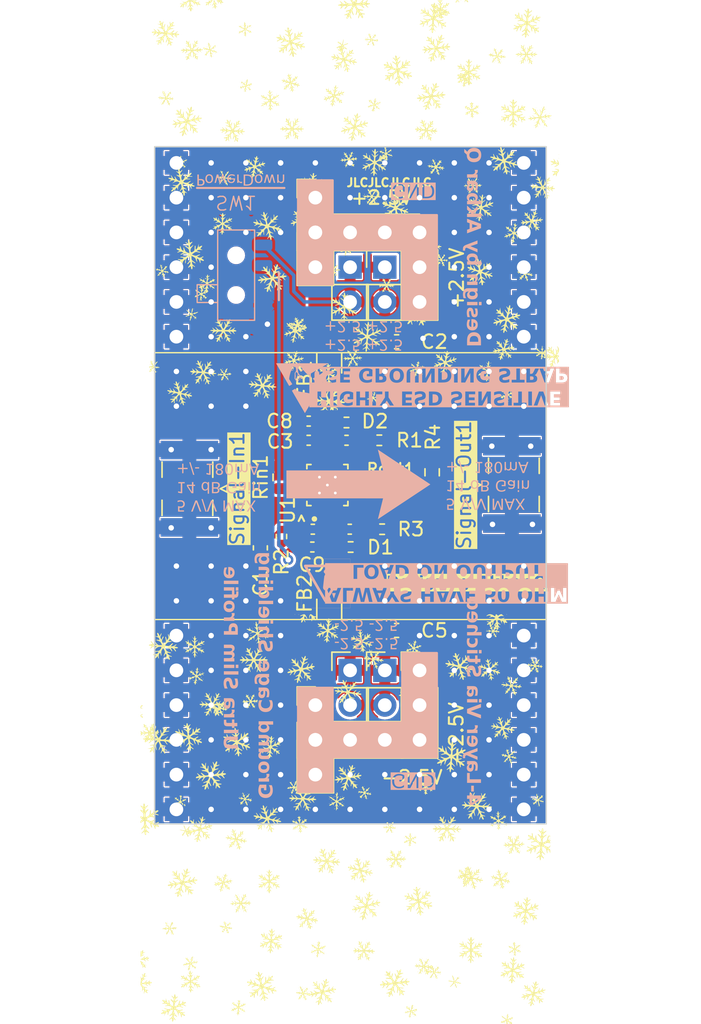
<source format=kicad_pcb>
(kicad_pcb (version 20241229) (generator "pcbnew") (generator_version "9.0")
  (title_block (title "Sub 2 GHz Amplifier") (date "2024-05-24") (rev "2.0") (company "Akbar Q") (comment 1 "ESD Protection Diode Soldering Difficult") (comment 2 "Diode Pads on Bottom Difficult to Hand Flow"))
  (layers (0 "F.Cu" signal) (4 "In1.Cu" signal) (6 "In2.Cu" signal) (2 "B.Cu" signal) (13 "F.Paste" user) (15 "B.Paste" user) (5 "F.SilkS" user "F.Silkscreen") (7 "B.SilkS" user "B.Silkscreen") (1 "F.Mask" user) (3 "B.Mask" user) (25 "Edge.Cuts" user))
  (net 0 "")
  (net 1 "+5V")
  (net 2 "GND")
  (net 3 "-5V")
  (net 4 "Net-(U1-~{PD})")
  (net 5 "Net-(C4-Pad2)")
  (net 6 "Net-(C7-Pad2)")
  (net 7 "Net-(SW1-B)")
  (net 8 "Net-(Rout1-Pad1)")
  (net 9 "/SigOut")
  (net 10 "/SigIn")
  (net 11 "+5VA")
  (net 12 "-5VA")
  (footprint "Connector_PinHeader_2.54mm:PinHeader_1x02_P2.54mm_Vertical" (layer "F.Cu") (at 39.39 66.613)
    (property "Reference" "-2.5V" (at 7.77 4.567 90) (layer "F.SilkS"))
    (property "Value" "Conn_01x02_Pin")
    (pad "1" thru_hole rect (at 0 0) (size 1.7 1.7) (drill 1) (layers "*.Cu" "*.Mask") (net 3 "-5V"))
    (pad "2" thru_hole oval (at 0 2.54) (size 1.7 1.7) (drill 1) (layers "*.Cu" "*.Mask") (net 3 "-5V"))
  )
  (footprint "" (layer "F.Cu") (at 52.09 39.689)
    (property "Reference" "" (at 0 0 0) (layer "F.SilkS") (effects (font (size 1.27 1.27))))
    (property "Value" "" (at 0 0 0) (layer "F.SilkS") (effects (font (size 1.27 1.27))))
    (pad "1" thru_hole rect (at 0 0) (size 1.7 1.7) (drill 1) (layers "*.Cu" "*.Mask") (net 2 "GND"))
  )
  (footprint "" (layer "F.Cu") (at 52.09 34.609)
    (property "Reference" "" (at 0 0 0) (layer "F.SilkS") (effects (font (size 1.27 1.27))))
    (property "Value" "" (at 0 0 0) (layer "F.SilkS") (effects (font (size 1.27 1.27))))
    (pad "1" thru_hole rect (at 0 0) (size 1.7 1.7) (drill 1) (layers "*.Cu" "*.Mask") (net 2 "GND"))
  )
  (footprint "Connector_PinHeader_2.54mm:PinHeader_1x02_P2.54mm_Vertical" (layer "F.Cu") (at 41.93 37.149)
    (property "Reference" "+2.5V" (at -0.24 -5.08 0) (layer "F.SilkS"))
    (property "Value" "Conn_01x02_Pin")
    (pad "1" thru_hole rect (at 0 0) (size 1.7 1.7) (drill 1) (layers "*.Cu" "*.Mask") (net 1 "+5V"))
    (pad "2" thru_hole oval (at 0 2.54) (size 1.7 1.7) (drill 1) (layers "*.Cu" "*.Mask") (net 1 "+5V"))
  )
  (footprint "" (layer "F.Cu") (at 26.69 42.229)
    (property "Reference" "" (at 0 0 0) (layer "F.SilkS") (effects (font (size 1.27 1.27))))
    (property "Value" "" (at 0 0 0) (layer "F.SilkS") (effects (font (size 1.27 1.27))))
    (pad "1" thru_hole rect (at 0 0) (size 1.7 1.7) (drill 1) (layers "*.Cu" "*.Mask") (net 2 "GND"))
  )
  (footprint "Connector_PinHeader_2.54mm:PinHeader_1x02_P2.54mm_Vertical" (layer "F.Cu") (at 41.93 66.613)
    (property "Reference" "-2.5V" (at 1.9812 7.8232 0) (layer "F.SilkS"))
    (property "Value" "Conn_01x02_Pin")
    (pad "1" thru_hole rect (at 0 0) (size 1.7 1.7) (drill 1) (layers "*.Cu" "*.Mask") (net 3 "-5V"))
    (pad "2" thru_hole oval (at 0 2.54) (size 1.7 1.7) (drill 1) (layers "*.Cu" "*.Mask") (net 3 "-5V"))
  )
  (footprint "Capacitor_SMD:C_0603_1608Metric_Pad1.08x0.95mm_HandSolder" (layer "F.Cu") (at 42.7925 42.6)
    (property "Reference" "C2" (at 2.7625 0 0) (layer "F.SilkS"))
    (property "Value" "22u")
    (pad "1" smd roundrect (at -0.8625 0) (size 1.075 0.95) (layers "F.Cu" "F.Mask" "F.Paste") (net 1 "+5V"))
    (pad "2" smd roundrect (at 0.8625 0) (size 1.075 0.95) (layers "F.Cu" "F.Mask" "F.Paste") (net 2 "GND"))
  )
  (footprint "Resistor_SMD:R_0402_1005Metric_Pad0.72x0.64mm_HandSolder" (layer "F.Cu") (at 41.7325 56.3)
    (property "Reference" "R3" (at 2.1025 0 0) (layer "F.SilkS"))
    (property "Value" "30.1")
    (pad "1" smd roundrect (at -0.5975 0) (size 0.715 0.64) (layers "F.Cu" "F.Mask" "F.Paste") (net 6 "Net-(C7-Pad2)"))
    (pad "2" smd roundrect (at 0.5975 0) (size 0.715 0.64) (layers "F.Cu" "F.Mask" "F.Paste") (net 2 "GND"))
  )
  (footprint "Connector_PinHeader_2.54mm:PinHeader_1x03_P2.54mm_Vertical" (layer "F.Cu") (at 44.47 34.609)
    (property "Reference" "+G1" (hide yes))
    (property "Value" "Conn_01x03")
    (pad "1" thru_hole rect (at 0 0) (size 1.7 1.7) (drill 1) (layers "*.Cu" "*.Mask") (net 2 "GND"))
    (pad "2" thru_hole oval (at 0 2.54) (size 1.7 1.7) (drill 1) (layers "*.Cu" "*.Mask") (net 2 "GND"))
    (pad "3" thru_hole oval (at 0 5.08) (size 1.7 1.7) (drill 1) (layers "*.Cu" "*.Mask") (net 2 "GND"))
  )
  (footprint "Capacitor_SMD:C_0402_1005Metric_Pad0.74x0.62mm_HandSolder" (layer "F.Cu") (at 36.63 57.6 180)
    (property "Reference" "C9" (at 0.0325 -1.3 0) (layer "F.SilkS"))
    (property "Value" "NP")
    (pad "1" smd roundrect (at -0.5675 0 180) (size 0.735 0.62) (layers "F.Cu" "F.Mask" "F.Paste") (net 12 "-5VA"))
    (pad "2" smd roundrect (at 0.5675 0 180) (size 0.735 0.62) (layers "F.Cu" "F.Mask" "F.Paste") (net 2 "GND"))
  )
  (footprint "" (layer "F.Cu") (at 26.69 39.689)
    (property "Reference" "" (at 0 0 0) (layer "F.SilkS") (effects (font (size 1.27 1.27))))
    (property "Value" "" (at 0 0 0) (layer "F.SilkS") (effects (font (size 1.27 1.27))))
    (pad "1" thru_hole rect (at 0 0) (size 1.7 1.7) (drill 1) (layers "*.Cu" "*.Mask") (net 2 "GND"))
  )
  (footprint "Resistor_SMD:R_0402_1005Metric" (layer "F.Cu") (at 34.37 56.83 90)
    (property "Reference" "R2" (at -1.87 0 90) (layer "F.SilkS"))
    (property "Value" "JP")
    (pad "1" smd roundrect (at -0.51 0 90) (size 0.54 0.64) (layers "F.Cu" "F.Mask" "F.Paste") (net 7 "Net-(SW1-B)"))
    (pad "2" smd roundrect (at 0.51 0 90) (size 0.54 0.64) (layers "F.Cu" "F.Mask" "F.Paste") (net 4 "Net-(U1-~{PD})"))
  )
  (footprint "" (layer "F.Cu") (at 26.69 71.693)
    (property "Reference" "" (at 0 0 0) (layer "F.SilkS") (effects (font (size 1.27 1.27))))
    (property "Value" "" (at 0 0 0) (layer "F.SilkS") (effects (font (size 1.27 1.27))))
    (pad "1" thru_hole rect (at 0 0 180) (size 1.7 1.7) (drill 1) (layers "*.Cu" "*.Mask") (net 2 "GND"))
  )
  (footprint "" (layer "F.Cu") (at 52.09 32.069)
    (property "Reference" "" (at 0 0 0) (layer "F.SilkS") (effects (font (size 1.27 1.27))))
    (property "Value" "" (at 0 0 0) (layer "F.SilkS") (effects (font (size 1.27 1.27))))
    (pad "1" thru_hole rect (at 0 0) (size 1.7 1.7) (drill 1) (layers "*.Cu" "*.Mask") (net 2 "GND"))
  )
  (footprint "" (layer "F.Cu") (at 52.09 74.233)
    (property "Reference" "" (at 0 0 0) (layer "F.SilkS") (effects (font (size 1.27 1.27))))
    (property "Value" "" (at 0 0 0) (layer "F.SilkS") (effects (font (size 1.27 1.27))))
    (pad "1" thru_hole rect (at 0 0 180) (size 1.7 1.7) (drill 1) (layers "*.Cu" "*.Mask") (net 2 "GND"))
  )
  (footprint "Capacitor_SMD:C_0402_1005Metric_Pad0.74x0.62mm_HandSolder" (layer "F.Cu") (at 39.13 49.8)
    (property "Reference" "C4" (hide yes))
    (property "Value" "0.1u")
    (pad "1" smd roundrect (at -0.5675 0) (size 0.735 0.62) (layers "F.Cu" "F.Mask" "F.Paste") (net 11 "+5VA"))
    (pad "2" smd roundrect (at 0.5675 0) (size 0.735 0.62) (layers "F.Cu" "F.Mask" "F.Paste") (net 5 "Net-(C4-Pad2)"))
  )
  (footprint "Resistor_SMD:R_1206_3216Metric_Pad1.30x1.75mm_HandSolder" (layer "F.Cu") (at 37.866 62.15 -90)
    (property "Reference" "FB2" (at -1.15 1.8 90) (layer "F.SilkS"))
    (property "Value" "FerriteBead_Small")
    (pad "1" smd roundrect (at -1.55 0 270) (size 1.3 1.75) (layers "F.Cu" "F.Mask" "F.Paste") (roundrect_rratio 0.1923076923) (net 12 "-5VA"))
    (pad "2" smd roundrect (at 1.55 0 270) (size 1.3 1.75) (layers "F.Cu" "F.Mask" "F.Paste") (roundrect_rratio 0.1923076923) (net 3 "-5V"))
  )
  (footprint "" (layer "F.Cu") (at 52.09 69.153)
    (property "Reference" "" (at 0 0 0) (layer "F.SilkS") (effects (font (size 1.27 1.27))))
    (property "Value" "" (at 0 0 0) (layer "F.SilkS") (effects (font (size 1.27 1.27))))
    (pad "1" thru_hole rect (at 0 0 180) (size 1.7 1.7) (drill 1) (layers "*.Cu" "*.Mask") (net 2 "GND"))
  )
  (footprint "" (layer "F.Cu") (at 52.09 42.229)
    (property "Reference" "" (at 0 0 0) (layer "F.SilkS") (effects (font (size 1.27 1.27))))
    (property "Value" "" (at 0 0 0) (layer "F.SilkS") (effects (font (size 1.27 1.27))))
    (pad "1" thru_hole rect (at 0 0) (size 1.7 1.7) (drill 1) (layers "*.Cu" "*.Mask") (net 2 "GND"))
  )
  (footprint "Capacitor_SMD:C_0402_1005Metric_Pad0.74x0.62mm_HandSolder" (layer "F.Cu") (at 36.665 56.3 180)
    (property "Reference" "C6" (hide yes))
    (property "Value" "47p")
    (pad "1" smd roundrect (at -0.5675 0 180) (size 0.735 0.62) (layers "F.Cu" "F.Mask" "F.Paste") (net 12 "-5VA"))
    (pad "2" smd roundrect (at 0.5675 0 180) (size 0.735 0.62) (layers "F.Cu" "F.Mask" "F.Paste") (net 2 "GND"))
  )
  (footprint "Connector_Coaxial:SMA_Samtec_SMA-J-P-X-ST-EM1_EdgeMount" (layer "F.Cu") (at 51.22 53.06 90)
    (property "Reference" "Signal-Out1" (at 0 -3.5 90) (layer "F.SilkS" knockout))
    (property "Value" "Conn_Coaxial")
    (pad "1" smd rect (at 0 0.2 90) (size 1.27 3.6) (layers "F.Cu" "F.Mask" "F.Paste") (net 9 "/SigOut"))
    (pad "2" smd rect (at -2.825 0 90) (size 1.35 4.2) (layers "F.Cu" "F.Mask" "F.Paste") (net 2 "GND"))
    (pad "2" smd rect (at -2.825 0 90) (size 1.35 4.2) (layers "B.Cu" "B.Mask" "B.Paste") (net 2 "GND"))
    (pad "2" smd rect (at 2.825 0 90) (size 1.35 4.2) (layers "F.Cu" "F.Mask" "F.Paste") (net 2 "GND"))
    (pad "2" smd rect (at 2.825 0 90) (size 1.35 4.2) (layers "B.Cu" "B.Mask" "B.Paste") (net 2 "GND"))
  )
  (footprint "LOGO" (layer "F.Cu") (at 39.009 77.535 90)
    (property "Reference" "G***" (hide yes))
    (property "Value" "LOGO" (hide yes))
  )
  (footprint "Resistor_SMD:R_0402_1005Metric_Pad0.72x0.64mm_HandSolder" (layer "F.Cu") (at 39.43 57.6 180)
    (property "Reference" "D1" (at -2.18 -0.02 0) (layer "F.SilkS"))
    (property "Value" "ESD9B5.0ST5G")
    (pad "1" smd roundrect (at -0.5975 0 180) (size 0.715 0.64) (layers "F.Cu" "F.Mask" "F.Paste") (net 2 "GND"))
    (pad "2" smd roundrect (at 0.5975 0 180) (size 0.715 0.64) (layers "F.Cu" "F.Mask" "F.Paste") (net 12 "-5VA"))
  )
  (footprint "" (layer "F.Cu") (at 26.69 66.613)
    (property "Reference" "" (at 0 0 0) (layer "F.SilkS") (effects (font (size 1.27 1.27))))
    (property "Value" "" (at 0 0 0) (layer "F.SilkS") (effects (font (size 1.27 1.27))))
    (pad "1" thru_hole rect (at 0 0 180) (size 1.7 1.7) (drill 1) (layers "*.Cu" "*.Mask") (net 2 "GND"))
  )
  (footprint "Resistor_SMD:R_0603_1608Metric" (layer "F.Cu") (at 42.355 53.09)
    (property "Reference" "Rout1" (at 0 -1.2 0) (layer "F.SilkS") (effects (font (size 0.8 0.8))))
    (property "Value" "49.9")
    (pad "1" smd roundrect (at -0.825 0) (size 0.8 0.95) (layers "F.Cu" "F.Mask" "F.Paste") (net 8 "Net-(Rout1-Pad1)"))
    (pad "2" smd roundrect (at 0.825 0) (size 0.8 0.95) (layers "F.Cu" "F.Mask" "F.Paste") (net 9 "/SigOut"))
  )
  (footprint "Connector_PinHeader_2.54mm:PinHeader_1x03_P2.54mm_Vertical" (layer "F.Cu") (at 36.85 34.609 90)
    (property "Reference" "+G2" (hide yes))
    (property "Value" "Conn_01x03")
    (pad "1" thru_hole rect (at 0 0 90) (size 1.7 1.7) (drill 1) (layers "*.Cu" "*.Mask") (net 2 "GND"))
    (pad "2" thru_hole oval (at 0 2.54 90) (size 1.7 1.7) (drill 1) (layers "*.Cu" "*.Mask") (net 2 "GND"))
    (pad "3" thru_hole oval (at 0 5.08 90) (size 1.7 1.7) (drill 1) (layers "*.Cu" "*.Mask") (net 2 "GND"))
  )
  (footprint "Resistor_SMD:R_1206_3216Metric_Pad1.30x1.75mm_HandSolder" (layer "F.Cu") (at 37.866 44.15 -90)
    (property "Reference" "FB1" (at 1.2 1.8 90) (layer "F.SilkS"))
    (property "Value" "FerriteBead_Small")
    (pad "1" smd roundrect (at -1.55 0 270) (size 1.3 1.75) (layers "F.Cu" "F.Mask" "F.Paste") (roundrect_rratio 0.1923076923) (net 1 "+5V"))
    (pad "2" smd roundrect (at 1.55 0 270) (size 1.3 1.75) (layers "F.Cu" "F.Mask" "F.Paste") (roundrect_rratio 0.1923076923) (net 11 "+5VA"))
  )
  (footprint "" (layer "F.Cu") (at 52.09 37.149)
    (property "Reference" "" (at 0 0 0) (layer "F.SilkS") (effects (font (size 1.27 1.27))))
    (property "Value" "" (at 0 0 0) (layer "F.SilkS") (effects (font (size 1.27 1.27))))
    (pad "1" thru_hole rect (at 0 0) (size 1.7 1.7) (drill 1) (layers "*.Cu" "*.Mask") (net 2 "GND"))
  )
  (footprint "" (layer "F.Cu") (at 26.69 76.773)
    (property "Reference" "" (at 0 0 0) (layer "F.SilkS") (effects (font (size 1.27 1.27))))
    (property "Value" "" (at 0 0 0) (layer "F.SilkS") (effects (font (size 1.27 1.27))))
    (pad "1" thru_hole rect (at 0 0 180) (size 1.7 1.7) (drill 1) (layers "*.Cu" "*.Mask") (net 2 "GND"))
  )
  (footprint "" (layer "F.Cu") (at 52.09 29.529)
    (property "Reference" "" (at 0 0 0) (layer "F.SilkS") (effects (font (size 1.27 1.27))))
    (property "Value" "" (at 0 0 0) (layer "F.SilkS") (effects (font (size 1.27 1.27))))
    (pad "1" thru_hole rect (at 0 0) (size 1.7 1.7) (drill 1) (layers "*.Cu" "*.Mask") (net 2 "GND"))
  )
  (footprint "Capacitor_SMD:C_0603_1608Metric_Pad1.08x0.95mm_HandSolder" (layer "F.Cu") (at 42.7925 63.7)
    (property "Reference" "C5" (at 2.7625 0 0) (layer "F.SilkS"))
    (property "Value" "22u")
    (pad "1" smd roundrect (at -0.8625 0) (size 1.075 0.95) (layers "F.Cu" "F.Mask" "F.Paste") (net 3 "-5V"))
    (pad "2" smd roundrect (at 0.8625 0) (size 1.075 0.95) (layers "F.Cu" "F.Mask" "F.Paste") (net 2 "GND"))
  )
  (footprint "Connector_PinHeader_2.54mm:PinHeader_1x03_P2.54mm_Vertical" (layer "F.Cu") (at 36.85 71.693 90)
    (property "Reference" "-G4" (hide yes))
    (property "Value" "Conn_01x03")
    (pad "1" thru_hole rect (at 0 0 90) (size 1.7 1.7) (drill 1) (layers "*.Cu" "*.Mask") (net 2 "GND"))
    (pad "2" thru_hole oval (at 0 2.54 90) (size 1.7 1.7) (drill 1) (layers "*.Cu" "*.Mask") (net 2 "GND"))
    (pad "3" thru_hole oval (at 0 5.08 90) (size 1.7 1.7) (drill 1) (layers "*.Cu" "*.Mask") (net 2 "GND"))
  )
  (footprint "" (layer "F.Cu") (at 52.09 71.693)
    (property "Reference" "" (at 0 0 0) (layer "F.SilkS") (effects (font (size 1.27 1.27))))
    (property "Value" "" (at 0 0 0) (layer "F.SilkS") (effects (font (size 1.27 1.27))))
    (pad "1" thru_hole rect (at 0 0 180) (size 1.7 1.7) (drill 1) (layers "*.Cu" "*.Mask") (net 2 "GND"))
  )
  (footprint "" (layer "F.Cu") (at 26.69 74.233)
    (property "Reference" "" (at 0 0 0) (layer "F.SilkS") (effects (font (size 1.27 1.27))))
    (property "Value" "" (at 0 0 0) (layer "F.SilkS") (effects (font (size 1.27 1.27))))
    (pad "1" thru_hole rect (at 0 0 180) (size 1.7 1.7) (drill 1) (layers "*.Cu" "*.Mask") (net 2 "GND"))
  )
  (footprint "Connector_PinHeader_2.54mm:PinHeader_1x03_P2.54mm_Vertical" (layer "F.Cu") (at 36.85 69.153)
    (property "Reference" "-G1" (hide yes))
    (property "Value" "Conn_01x03")
    (pad "1" thru_hole rect (at 0 0) (size 1.7 1.7) (drill 1) (layers "*.Cu" "*.Mask") (net 2 "GND"))
    (pad "2" thru_hole oval (at 0 2.54) (size 1.7 1.7) (drill 1) (layers "*.Cu" "*.Mask") (net 2 "GND"))
    (pad "3" thru_hole oval (at 0 5.08) (size 1.7 1.7) (drill 1) (layers "*.Cu" "*.Mask") (net 2 "GND"))
  )
  (footprint "" (layer "F.Cu") (at 26.69 37.149)
    (property "Reference" "" (at 0 0 0) (layer "F.SilkS") (effects (font (size 1.27 1.27))))
    (property "Value" "" (at 0 0 0) (layer "F.SilkS") (effects (font (size 1.27 1.27))))
    (pad "1" thru_hole rect (at 0 0) (size 1.7 1.7) (drill 1) (layers "*.Cu" "*.Mask") (net 2 "GND"))
  )
  (footprint "Connector_PinHeader_2.54mm:PinHeader_1x03_P2.54mm_Vertical" (layer "F.Cu") (at 44.47 66.613)
    (property "Reference" "-G3" (hide yes))
    (property "Value" "Conn_01x03")
    (pad "1" thru_hole rect (at 0 0) (size 1.7 1.7) (drill 1) (layers "*.Cu" "*.Mask") (net 2 "GND"))
    (pad "2" thru_hole oval (at 0 2.54) (size 1.7 1.7) (drill 1) (layers "*.Cu" "*.Mask") (net 2 "GND"))
    (pad "3" thru_hole oval (at 0 5.08) (size 1.7 1.7) (drill 1) (layers "*.Cu" "*.Mask") (net 2 "GND"))
  )
  (footprint "" (layer "F.Cu") (at 26.69 29.529)
    (property "Reference" "" (at 0 0 0) (layer "F.SilkS") (effects (font (size 1.27 1.27))))
    (property "Value" "" (at 0 0 0) (layer "F.SilkS") (effects (font (size 1.27 1.27))))
    (pad "1" thru_hole rect (at 0 0) (size 1.7 1.7) (drill 1) (layers "*.Cu" "*.Mask") (net 2 "GND"))
  )
  (footprint "Resistor_SMD:R_0603_1608Metric" (layer "F.Cu") (at 34.28 52.51 90)
    (property "Reference" "Rin1" (at 0 -1.43 90) (layer "F.SilkS"))
    (property "Value" "49.9")
    (pad "1" smd roundrect (at -0.825 0 90) (size 0.8 0.95) (layers "F.Cu" "F.Mask" "F.Paste") (net 10 "/SigIn"))
    (pad "2" smd roundrect (at 0.825 0 90) (size 0.8 0.95) (layers "F.Cu" "F.Mask" "F.Paste") (net 2 "GND"))
  )
  (footprint "" (layer "F.Cu") (at 26.69 69.153)
    (property "Reference" "" (at 0 0 0) (layer "F.SilkS") (effects (font (size 1.27 1.27))))
    (property "Value" "" (at 0 0 0) (layer "F.SilkS") (effects (font (size 1.27 1.27))))
    (pad "1" thru_hole rect (at 0 0 180) (size 1.7 1.7) (drill 1) (layers "*.Cu" "*.Mask") (net 2 "GND"))
  )
  (footprint "" (layer "F.Cu") (at 52.09 76.773)
    (property "Reference" "" (at 0 0 0) (layer "F.SilkS") (effects (font (size 1.27 1.27))))
    (property "Value" "" (at 0 0 0) (layer "F.SilkS") (effects (font (size 1.27 1.27))))
    (pad "1" thru_hole rect (at 0 0 180) (size 1.7 1.7) (drill 1) (layers "*.Cu" "*.Mask") (net 2 "GND"))
  )
  (footprint "Capacitor_SMD:C_0603_1608Metric_Pad1.08x0.95mm_HandSolder" (layer "F.Cu") (at 32.83 57.6625 90)
    (property "Reference" "C1" (at -2.57 0.01 90) (layer "F.SilkS"))
    (property "Value" "1u")
    (pad "1" smd roundrect (at -0.8625 0 90) (size 1.075 0.95) (layers "F.Cu" "F.Mask" "F.Paste") (net 2 "GND"))
    (pad "2" smd roundrect (at 0.8625 0 90) (size 1.075 0.95) (layers "F.Cu" "F.Mask" "F.Paste") (net 4 "Net-(U1-~{PD})"))
  )
  (footprint "Capacitor_SMD:C_0402_1005Metric_Pad0.74x0.62mm_HandSolder" (layer "F.Cu") (at 39.365 56.3)
    (property "Reference" "C7" (hide yes))
    (property "Value" "0.1u")
    (pad "1" smd roundrect (at -0.5675 0) (size 0.735 0.62) (layers "F.Cu" "F.Mask" "F.Paste") (net 12 "-5VA"))
    (pad "2" smd roundrect (at 0.5675 0) (size 0.735 0.62) (layers "F.Cu" "F.Mask" "F.Paste") (net 6 "Net-(C7-Pad2)"))
  )
  (footprint "Resistor_SMD:R_0603_1608Metric_Pad0.98x0.95mm_HandSolder" (layer "F.Cu") (at 45.39 52.14 90)
    (property "Reference" "R4" (at 2.57 0.06 90) (layer "F.SilkS"))
    (property "Value" "NP")
    (pad "1" smd roundrect (at -0.9125 0 90) (size 0.975 0.95) (layers "F.Cu" "F.Mask" "F.Paste") (net 9 "/SigOut"))
    (pad "2" smd roundrect (at 0.9125 0 90) (size 0.975 0.95) (layers "F.Cu" "F.Mask" "F.Paste") (net 2 "GND"))
  )
  (footprint "" (layer "F.Cu") (at 52.09 66.613)
    (property "Reference" "" (at 0 0 0) (layer "F.SilkS") (effects (font (size 1.27 1.27))))
    (property "Value" "" (at 0 0 0) (layer "F.SilkS") (effects (font (size 1.27 1.27))))
    (pad "1" thru_hole rect (at 0 0 180) (size 1.7 1.7) (drill 1) (layers "*.Cu" "*.Mask") (net 2 "GND"))
  )
  (footprint "Connector_PinHeader_2.54mm:PinHeader_1x03_P2.54mm_Vertical" (layer "F.Cu") (at 36.85 32.069)
    (property "Reference" "+G3" (hide yes))
    (property "Value" "Conn_01x03")
    (pad "1" thru_hole rect (at 0 0) (size 1.7 1.7) (drill 1) (layers "*.Cu" "*.Mask") (net 2 "GND"))
    (pad "2" thru_hole oval (at 0 2.54) (size 1.7 1.7) (drill 1) (layers "*.Cu" "*.Mask") (net 2 "GND"))
    (pad "3" thru_hole oval (at 0 5.08) (size 1.7 1.7) (drill 1) (layers "*.Cu" "*.Mask") (net 2 "GND"))
  )
  (footprint "" (layer "F.Cu") (at 26.69 32.069)
    (property "Reference" "" (at 0 0 0) (layer "F.SilkS") (effects (font (size 1.27 1.27))))
    (property "Value" "" (at 0 0 0) (layer "F.SilkS") (effects (font (size 1.27 1.27))))
    (pad "1" thru_hole rect (at 0 0) (size 1.7 1.7) (drill 1) (layers "*.Cu" "*.Mask") (net 2 "GND"))
  )
  (footprint "Capacitor_SMD:C_0402_1005Metric_Pad0.74x0.62mm_HandSolder" (layer "F.Cu") (at 36.3625 48.4 180)
    (property "Reference" "C8" (at 2.1325 0 0) (layer "F.SilkS"))
    (property "Value" "NP")
    (pad "1" smd roundrect (at -0.5675 0 180) (size 0.735 0.62) (layers "F.Cu" "F.Mask" "F.Paste") (net 11 "+5VA"))
    (pad "2" smd roundrect (at 0.5675 0 180) (size 0.735 0.62) (layers "F.Cu" "F.Mask" "F.Paste") (net 2 "GND"))
  )
  (footprint "Connector_Coaxial:SMA_Samtec_SMA-J-P-X-ST-EM1_EdgeMount" (layer "F.Cu") (at 27.64 53.34 -90)
    (property "Reference" "Signal-In1" (at 0 -3.5 90) (layer "F.SilkS" knockout))
    (property "Value" "Conn_Coaxial")
    (pad "1" smd rect (at 0 0.2 270) (size 1.27 3.6) (layers "F.Cu" "F.Mask" "F.Paste") (net 10 "/SigIn"))
    (pad "2" smd rect (at -2.825 0 270) (size 1.35 4.2) (layers "F.Cu" "F.Mask" "F.Paste") (net 2 "GND"))
    (pad "2" smd rect (at -2.825 0 270) (size 1.35 4.2) (layers "B.Cu" "B.Mask" "B.Paste") (net 2 "GND"))
    (pad "2" smd rect (at 2.825 0 270) (size 1.35 4.2) (layers "F.Cu" "F.Mask" "F.Paste") (net 2 "GND"))
    (pad "2" smd rect (at 2.825 0 270) (size 1.35 4.2) (layers "B.Cu" "B.Mask" "B.Paste") (net 2 "GND"))
  )
  (footprint "LOGO" (layer "F.Cu") (at 39.644 32.577)
    (property "Reference" "G***" (hide yes))
    (property "Value" "LOGO" (hide yes))
  )
  (footprint "Resistor_SMD:R_0402_1005Metric_Pad0.72x0.64mm_HandSolder" (layer "F.Cu") (at 41.5275 49.8)
    (property "Reference" "R1" (at 2.2025 0 0) (layer "F.SilkS"))
    (property "Value" "30.1")
    (pad "1" smd roundrect (at -0.5975 0) (size 0.715 0.64) (layers "F.Cu" "F.Mask" "F.Paste") (net 5 "Net-(C4-Pad2)"))
    (pad "2" smd roundrect (at 0.5975 0) (size 0.715 0.64) (layers "F.Cu" "F.Mask" "F.Paste") (net 2 "GND"))
  )
  (footprint "Connector_PinHeader_2.54mm:PinHeader_1x02_P2.54mm_Vertical" (layer "F.Cu") (at 39.39 37.149)
    (property "Reference" "+2.5V" (at 7.8 0.8128 90) (layer "F.SilkS"))
    (property "Value" "Conn_01x02_Pin")
    (pad "1" thru_hole rect (at 0 0) (size 1.7 1.7) (drill 1) (layers "*.Cu" "*.Mask") (net 1 "+5V"))
    (pad "2" thru_hole oval (at 0 2.54) (size 1.7 1.7) (drill 1) (layers "*.Cu" "*.Mask") (net 1 "+5V"))
  )
  (footprint "Capacitor_SMD:C_0402_1005Metric_Pad0.74x0.62mm_HandSolder" (layer "F.Cu") (at 36.3625 49.8 180)
    (property "Reference" "C3" (at 2.09 -0.09 0) (layer "F.SilkS"))
    (property "Value" "47p")
    (pad "1" smd roundrect (at -0.5675 0 180) (size 0.735 0.62) (layers "F.Cu" "F.Mask" "F.Paste") (net 11 "+5VA"))
    (pad "2" smd roundrect (at 0.5675 0 180) (size 0.735 0.62) (layers "F.Cu" "F.Mask" "F.Paste") (net 2 "GND"))
  )
  (footprint "" (layer "F.Cu") (at 26.69 34.609)
    (property "Reference" "" (at 0 0 0) (layer "F.SilkS") (effects (font (size 1.27 1.27))))
    (property "Value" "" (at 0 0 0) (layer "F.SilkS") (effects (font (size 1.27 1.27))))
    (pad "1" thru_hole rect (at 0 0) (size 1.7 1.7) (drill 1) (layers "*.Cu" "*.Mask") (net 2 "GND"))
  )
  (footprint "Resistor_SMD:R_0402_1005Metric_Pad0.72x0.64mm_HandSolder" (layer "F.Cu") (at 39.1275 48.5 180)
    (property "Reference" "D2" (at -2.08 0.09 0) (layer "F.SilkS"))
    (property "Value" "ESD9B5.0ST5G")
    (pad "1" smd roundrect (at -0.5975 0 180) (size 0.715 0.64) (layers "F.Cu" "F.Mask" "F.Paste") (net 2 "GND"))
    (pad "2" smd roundrect (at 0.5975 0 180) (size 0.715 0.64) (layers "F.Cu" "F.Mask" "F.Paste") (net 11 "+5VA"))
  )
  (footprint "THS4302RGTT:QFN50P300X300X100-17N" (layer "F.Cu") (at 37.73 53.0725 90)
    (property "Reference" "U1" (at -1.8275 -2.9 90) (layer "F.SilkS"))
    (property "Value" "THS4302RGTT")
    (pad "1" smd roundrect (at -1.435 -0.75 90) (size 0.86 0.26) (layers "F.Cu" "F.Mask" "F.Paste") (roundrect_rratio 0.03) (net 12 "-5VA"))
    (pad "2" smd roundrect (at -1.435 -0.25 90) (size 0.86 0.26) (layers "F.Cu" "F.Mask" "F.Paste") (roundrect_rratio 0.03) (net 12 "-5VA"))
    (pad "3" smd roundrect (at -1.435 0.25 90) (size 0.86 0.26) (layers "F.Cu" "F.Mask" "F.Paste") (roundrect_rratio 0.03) (net 12 "-5VA"))
    (pad "4" smd roundrect (at -1.435 0.75 90) (size 0.86 0.26) (layers "F.Cu" "F.Mask" "F.Paste") (roundrect_rratio 0.03) (net 12 "-5VA"))
    (pad "5" smd roundrect (at -0.75 1.435 180) (size 0.86 0.26) (layers "F.Cu" "F.Mask" "F.Paste") (roundrect_rratio 0.03) (net 8 "Net-(Rout1-Pad1)"))
    (pad "6" smd roundrect (at -0.25 1.435 180) (size 0.86 0.26) (layers "F.Cu" "F.Mask" "F.Paste") (roundrect_rratio 0.03) (net 8 "Net-(Rout1-Pad1)"))
    (pad "7" smd roundrect (at 0.25 1.435 180) (size 0.86 0.26) (layers "F.Cu" "F.Mask" "F.Paste") (roundrect_rratio 0.03) (net 8 "Net-(Rout1-Pad1)"))
    (pad "8" smd roundrect (at 0.75 1.435 180) (size 0.86 0.26) (layers "F.Cu" "F.Mask" "F.Paste") (roundrect_rratio 0.03) (net 8 "Net-(Rout1-Pad1)"))
    (pad "9" smd roundrect (at 1.435 0.75 90) (size 0.86 0.26) (layers "F.Cu" "F.Mask" "F.Paste") (roundrect_rratio 0.03) (net 11 "+5VA"))
    (pad "10" smd roundrect (at 1.435 0.25 90) (size 0.86 0.26) (layers "F.Cu" "F.Mask" "F.Paste") (roundrect_rratio 0.03) (net 11 "+5VA"))
    (pad "11" smd roundrect (at 1.435 -0.25 90) (size 0.86 0.26) (layers "F.Cu" "F.Mask" "F.Paste") (roundrect_rratio 0.03) (net 11 "+5VA"))
    (pad "12" smd roundrect (at 1.435 -0.75 90) (size 0.86 0.26) (layers "F.Cu" "F.Mask" "F.Paste") (roundrect_rratio 0.03) (net 11 "+5VA"))
    (pad "13" smd roundrect (at 0.75 -1.435 180) (size 0.86 0.26) (layers "F.Cu" "F.Mask" "F.Paste") (roundrect_rratio 0.03))
    (pad "14" smd roundrect (at 0.25 -1.435 180) (size 0.86 0.26) (layers "F.Cu" "F.Mask" "F.Paste") (roundrect_rratio 0.03) (net 2 "GND"))
    (pad "15" smd roundrect (at -0.25 -1.435 180) (size 0.86 0.26) (layers "F.Cu" "F.Mask" "F.Paste") (roundrect_rratio 0.03) (net 10 "/SigIn"))
    (pad "16" smd roundrect (at -0.75 -1.435 180) (size 0.86 0.26) (layers "F.Cu" "F.Mask" "F.Paste") (roundrect_rratio 0.03) (net 4 "Net-(U1-~{PD})"))
    (pad "17" smd rect (at 0 0 90) (size 1.68 1.68) (layers "F.Cu" "F.Mask") (net 2 "GND"))
    (pad "18" thru_hole circle (at 0 0 90) (size 0.4 0.4) (drill 0.2) (layers "*.Cu") (net 2 "GND"))
    (pad "19" thru_hole circle (at -0.58 -0.58 90) (size 0.4 0.4) (drill 0.2) (layers "*.Cu") (net 2 "GND"))
    (pad "20" thru_hole circle (at 0.58 -0.58 90) (size 0.4 0.4) (drill 0.2) (layers "*.Cu") (net 2 "GND"))
    (pad "21" thru_hole circle (at -0.58 0.58 90) (size 0.4 0.4) (drill 0.2) (layers "*.Cu") (net 2 "GND"))
    (pad "22" thru_hole circle (at 0.58 0.58 90) (size 0.4 0.4) (drill 0.2) (layers "*.Cu") (net 2 "GND"))
  )
  (footprint "" (layer "F.Cu") (at 26.69 64.073)
    (property "Reference" "" (at 0 0 0) (layer "F.SilkS") (effects (font (size 1.27 1.27))))
    (property "Value" "" (at 0 0 0) (layer "F.SilkS") (effects (font (size 1.27 1.27))))
    (pad "1" thru_hole rect (at 0 0 180) (size 1.7 1.7) (drill 1) (layers "*.Cu" "*.Mask") (net 2 "GND"))
  )
  (footprint "" (layer "F.Cu") (at 52.09 64.073)
    (property "Reference" "" (at 0 0 0) (layer "F.SilkS") (effects (font (size 1.27 1.27))))
    (property "Value" "" (at 0 0 0) (layer "F.SilkS") (effects (font (size 1.27 1.27))))
    (pad "1" thru_hole rect (at 0 0 180) (size 1.7 1.7) (drill 1) (layers "*.Cu" "*.Mask") (net 2 "GND"))
  )
  (footprint "LOGO" (layer "B.Cu") (at 39.898 53.024)
    (property "Reference" "G***" (at 0 0 0) (layer "B.SilkS") (effects (font (size 1.5 1.5) (thickness 0.3)) (justify mirror)))
    (property "Value" "LOGO" (hide yes))
  )
  (footprint "LOGO" (layer "B.Cu") (at 36.088 45.912)
    (property "Reference" "G***" (hide yes))
    (property "Value" "LOGO" (hide yes))
  )
  (footprint "LOGO" (layer "B.Cu") (at 37.612 60.263)
    (property "Reference" "G***" (hide yes))
    (property "Value" "LOGO" (hide yes))
  )
  (footprint "RF-Project:SPDT-Long-SMD" (layer "B.Cu") (at 31.0588 37.731)
    (property "Reference" "SW1" (at 0 -5.3 180) (layer "B.SilkS") (effects (font (thickness 0.1)) (justify mirror)))
    (property "Value" "SW_SPDT")
    (pad "" np_thru_hole circle (at 0 -1.45 270) (size 0.8 0.8) (drill 0.8) (layers "F&B.Cu" "*.Mask"))
    (pad "" np_thru_hole circle (at 0 1.45 270) (size 0.8 0.8) (drill 0.8) (layers "F&B.Cu" "*.Mask"))
    (pad "0" smd roundrect (at -1.1 -3.8) (size 0.6 1) (layers "B.Cu" "B.Mask" "B.Paste") (net 2 "GND"))
    (pad "0" smd roundrect (at -1.1 3.8) (size 0.6 1) (layers "B.Cu" "B.Mask" "B.Paste") (net 2 "GND"))
    (pad "0" smd roundrect (at 1.1 -3.8) (size 0.6 1) (layers "B.Cu" "B.Mask" "B.Paste") (net 2 "GND"))
    (pad "0" smd roundrect (at 1.1 3.8) (size 0.6 1) (layers "B.Cu" "B.Mask" "B.Paste") (net 2 "GND"))
    (pad "1" smd roundrect (at 2 2.2 270) (size 0.8 1.3) (layers "B.Cu" "B.Mask" "B.Paste") (net 2 "GND"))
    (pad "2" smd roundrect (at 2 -0.7 270) (size 0.8 1.3) (layers "B.Cu" "B.Mask" "B.Paste") (net 7 "Net-(SW1-B)"))
    (pad "3" smd roundrect (at 2 -2.2 270) (size 0.8 1.3) (layers "B.Cu" "B.Mask" "B.Paste") (net 1 "+5V"))
  )
  (gr_line (start 35.83 55.3) (end 36.03 55.7) (stroke (width 0.15)) (layer "F.SilkS"))
  (gr_rect (start 25.1 43.4) (end 53.73 62.9) (stroke (width 0.1)) (fill no) (layer "F.SilkS"))
  (gr_line (start 35.83 55.3) (end 35.63 55.7) (stroke (width 0.15)) (layer "F.SilkS"))
  (gr_line (start 34.183 37.53) (end 34.183 39.562) (stroke (width 0.15)) (layer "B.SilkS"))
  (gr_rect (start 35.58 67.883) (end 38.12 75.503) (stroke (width 0.15)) (fill yes) (layer "B.SilkS"))
  (gr_rect (start 35.58 33.339) (end 43.2 35.879) (stroke (width 0.15)) (fill yes) (layer "B.SilkS"))
  (gr_rect (start 43.2 33.339) (end 45.74 40.959) (stroke (width 0.15)) (fill yes) (layer "B.SilkS"))
  (gr_rect (start 35.58 70.423) (end 43.2 72.963) (stroke (width 0.15)) (fill yes) (layer "B.SilkS"))
  (gr_rect (start 43.2 65.343) (end 45.74 72.963) (stroke (width 0.15)) (fill yes) (layer "B.SilkS"))
  (gr_rect (start 35.58 30.799) (end 38.12 38.419) (stroke (width 0.15)) (fill yes) (layer "B.SilkS"))
  (gr_rect (start 25.1 28.345) (end 53.73 77.837) (stroke (width 0.1)) (fill no) (layer "Edge.Cuts"))
  (gr_text "Design by Akbar Q" (at 42.057 60.644 0) (layer "F.SilkS" knockout) (effects (font (size 0.8 0.8) (thickness 0.2) (bold yes)) (justify left bottom)))
  (gr_text "JLCJLCJLCJLC" (at 39.06 31.323 0) (layer "F.SilkS") (effects (font (size 0.6 0.6)) (justify left bottom)))
  (gr_text "5 V/V MAX\n14 dB Gain\n+/- 180mA" (at 46.375 51.246 180) (layer "B.SilkS") (effects (font (size 0.8 0.8)) (justify left bottom mirror)))
  (gr_text "~{PowerDown}" (at 28.1124 30.2402 180) (layer "B.SilkS") (effects (font (size 0.8 0.8)) (justify left bottom mirror)))
  (gr_text "Ground Cage Shielding" (at 32.532 76.011 270) (layer "B.SilkS") (effects (font (size 1 1)) (justify left bottom mirror)))
  (gr_text "-2.5 -2.5\n-2.5 -2.5" (at 40.5838 62.7776 180) (layer "B.SilkS") (effects (font (size 0.8 0.8)) (justify bottom mirror)))
  (gr_text "4-Layer Via Stiched" (at 47.772 76.519 270) (layer "B.SilkS") (effects (font (size 1 1)) (justify left bottom mirror)))
  (gr_text "+2.5 +2.5\n+2.5 +2.5" (at 40.3806 40.959 180) (layer "B.SilkS") (effects (font (size 0.8 0.8)) (justify bottom mirror)))
  (gr_text "Ultra Slim Profile" (at 29.992 72.455 270) (layer "B.SilkS") (effects (font (size 1 1)) (justify left bottom mirror)))
  (gr_text "HIGHLY ESD SENSITIVE\nUSE GROUNDING STRAP" (at 45.867 44.388 180) (layer "B.SilkS" knockout) (effects (font (size 1 1) (thickness 0.2) (bold yes)) (justify bottom mirror)))
  (gr_text "5 V/V MAX\n14 dB Gain\n+/- 180mA" (at 26.69 51.373 180) (layer "B.SilkS") (effects (font (size 0.8 0.8)) (justify left bottom mirror)))
  (gr_text "ALWAYS HAVE 50 OHM\nLOAD ON OUTPUT" (at 46.502 58.739 180) (layer "B.SilkS" knockout) (effects (font (size 1 1) (thickness 0.2) (bold yes)) (justify bottom mirror)))
  (gr_text "GND" (at 42.4126 30.926 180) (layer "B.SilkS" knockout) (effects (font (size 1 1)) (justify left bottom mirror)))
  (gr_text "Design by Akbar Q" (at 47.772 42.991 -90) (layer "B.SilkS") (effects (font (size 1 1)) (justify left bottom mirror)))
  (gr_text "GND" (at 42.3872 74.0298 180) (layer "B.SilkS" knockout) (effects (font (size 1 1)) (justify left bottom mirror)))
  (segment (start 35.2752 38.927) (end 36.0372 39.689) (width 0.25) (layer "B.Cu") (net 1))
  (segment (start 36.0372 39.689) (end 39.39 39.689) (width 0.25) (layer "B.Cu") (net 1))
  (segment (start 33.0588 35.531) (end 35.2752 37.7474) (width 0.25) (layer "B.Cu") (net 1))
  (segment (start 35.2752 37.7474) (end 35.2752 38.927) (width 0.25) (layer "B.Cu") (net 1))
  (via (at 26.69 61.533) (size 0.75) (drill 0.4) (layers "F.Cu" "B.Cu") (net 2))
  (via (at 47.01 47.309) (size 0.75) (drill 0.4) (layers "F.Cu" "B.Cu") (net 2))
  (via (at 31.77 61.533) (size 0.75) (drill 0.4) (layers "F.Cu" "B.Cu") (net 2))
  (via (at 47.01 42.229) (size 0.75) (drill 0.4) (layers "F.Cu" "B.Cu") (net 2))
  (via (at 49.804 55.945) (size 0.75) (drill 0.4) (layers "F.Cu" "B.Cu") (net 2))
  (via (at 52.725 55.945) (size 0.75) (drill 0.4) (layers "F.Cu" "B.Cu") (net 2))
  (via (at 41.93 47.309) (size 0.75) (drill 0.4) (layers "F.Cu" "B.Cu") (net 2))
  (via (at 49.55 34.609) (size 0.75) (drill 0.4) (layers "F.Cu" "B.Cu") (net 2))
  (via (at 29.23 42.229) (size 0.75) (drill 0.4) (layers "F.Cu" "B.Cu") (net 2))
  (via (at 36.85 29.529) (size 0.75) (drill 0.4) (layers "F.Cu" "B.Cu") (net 2))
  (via (at 31.77 74.233) (size 0.75) (drill 0.4) (layers "F.Cu" "B.Cu") (net 2))
  (via (at 34.31 64.073) (size 0.75) (drill 0.4) (layers "F.Cu" "B.Cu") (net 2))
  (via (at 52.09 47.309) (size 0.75) (drill 0.4) (layers "F.Cu" "B.Cu") (net 2))
  (via (at 47.01 74.233) (size 0.75) (drill 0.4) (layers "F.Cu" "B.Cu") (net 2))
  (via (at 31.77 66.613) (size 0.75) (drill 0.4) (layers "F.Cu" "B.Cu") (net 2))
  (via (at 49.55 44.769) (size 0.75) (drill 0.4) (layers "F.Cu" "B.Cu") (net 2))
  (via (at 47.01 69.153) (size 0.75) (drill 0.4) (layers "F.Cu" "B.Cu") (net 2))
  (via (at 39.39 32.069) (size 0.75) (drill 0.4) (layers "F.Cu" "B.Cu") (net 2))
  (via (at 52.09 58.993) (size 0.75) (drill 0.4) (layers "F.Cu" "B.Cu") (net 2))
  (via (at 31.77 29.529) (size 0.75) (drill 0.4) (layers "F.Cu" "B.Cu") (net 2))
  (via (at 49.55 76.773) (size 0.75) (drill 0.4) (layers "F.Cu" "B.Cu") (net 2))
  (via (at 39.39 76.773) (size 0.75) (drill 0.4) (layers "F.Cu" "B.Cu") (net 2))
  (via (at 44.47 74.233) (size 0.75) (drill 0.4) (layers "F.Cu" "B.Cu") (net 2))
  (via (at 44.724 42.356) (size 0.75) (drill 0.4) (layers "F.Cu" "B.Cu") (net 2))
  (via (at 44.47 64.073) (size 0.75) (drill 0.4) (layers "F.Cu" "B.Cu") (net 2))
  (via (at 44.47 61.533) (size 0.75) (drill 0.4) (layers "F.Cu" "B.Cu") (net 2))
  (via (at 31.77 69.153) (size 0.75) (drill 0.4) (layers "F.Cu" "B.Cu") (net 2))
  (via (at 26.309 56.199) (size 0.75) (drill 0.4) (layers "F.Cu" "B.Cu") (net 2))
  (via (at 34.31 76.773) (size 0.75) (drill 0.4) (layers "F.Cu" "B.Cu") (net 2))
  (via (at 29.23 50.484) (size 0.75) (drill 0.4) (layers "F.Cu" "B.Cu") (net 2))
  (via (at 49.55 32.069) (size 0.75) (drill 0.4) (layers "F.Cu" "B.Cu") (net 2))
  (via (at 34.31 74.233) (size 0.75) (drill 0.4) (layers "F.Cu" "B.Cu") (net 2))
  (via (at 31.77 34.609) (size 0.75) (drill 0.4) (layers "F.Cu" "B.Cu") (net 2))
  (via (at 49.55 47.309) (size 0.75) (drill 0.4) (layers "F.Cu" "B.Cu") (net 2))
  (via (at 47.01 64.073) (size 0.75) (drill 0.4) (layers "F.Cu" "B.Cu") (net 2))
  (via (at 31.77 71.693) (size 0.75) (drill 0.4) (layers "F.Cu" "B.Cu") (net 2))
  (via (at 47.01 32.069) (size 0.75) (drill 0.4) (layers "F.Cu" "B.Cu") (net 2))
  (via (at 41.93 29.529) (size 0.75) (drill 0.4) (layers "F.Cu" "B.Cu") (net 2))
  (via (at 41.93 61.533) (size 0.75) (drill 0.4) (layers "F.Cu" "B.Cu") (net 2))
  (via (at 31.77 76.773) (size 0.75) (drill 0.4) (layers "F.Cu" "B.Cu") (net 2))
  (via (at 34.31 32.069) (size 0.75) (drill 0.4) (layers "F.Cu" "B.Cu") (net 2))
  (via (at 31.77 47.309) (size 0.75) (drill 0.4) (layers "F.Cu" "B.Cu") (net 2))
  (via (at 29.23 61.533) (size 0.75) (drill 0.4) (layers "F.Cu" "B.Cu") (net 2))
  (via (at 26.69 58.993) (size 0.75) (drill 0.4) (layers "F.Cu" "B.Cu") (net 2))
  (via (at 49.55 58.993) (size 0.75) (drill 0.4) (layers "F.Cu" "B.Cu") (net 2))
  (via (at 44.47 58.993) (size 0.75) (drill 0.4) (layers "F.Cu" "B.Cu") (net 2))
  (via (at 44.47 32.069) (size 0.75) (drill 0.4) (layers "F.Cu" "B.Cu") (net 2))
  (via (at 26.309 50.484) (size 0.75) (drill 0.4) (layers "F.Cu" "B.Cu") (net 2))
  (via (at 47.01 58.993) (size 0.75) (drill 0.4) (layers "F.Cu" "B.Cu") (net 2))
  (via (at 31.77 64.073) (size 0.75) (drill 0.4) (layers "F.Cu" "B.Cu") (net 2))
  (via (at 47.01 76.773) (size 0.75) (drill 0.4) (layers "F.Cu" "B.Cu") (net 2))
  (via (at 29.23 64.073) (size 0.75) (drill 0.4) (layers "F.Cu" "B.Cu") (net 2))
  (via (at 44.47 76.773) (size 0.75) (drill 0.4) (layers "F.Cu" "B.Cu") (net 2))
  (via (at 47.01 37.149) (size 0.75) (drill 0.4) (layers "F.Cu" "B.Cu") (net 2))
  (via (at 34.31 71.693) (size 0.75) (drill 0.4) (layers "F.Cu" "B.Cu") (net 2))
  (via (at 49.55 39.689) (size 0.75) (drill 0.4) (layers "F.Cu" "B.Cu") (net 2))
  (via (at 52.09 44.769) (size 0.75) (drill 0.4) (layers "F.Cu" "B.Cu") (net 2))
  (via (at 47.01 61.533) (size 0.75) (drill 0.4) (layers "F.Cu" "B.Cu") (net 2))
  (via (at 49.55 29.529) (size 0.75) (drill 0.4) (layers "F.Cu" "B.Cu") (net 2))
  (via (at 41.93 32.069) (size 0.75) (drill 0.4) (layers "F.Cu" "B.Cu") (net 2))
  (via (at 29.23 32.069) (size 0.75) (drill 0.4) (layers "F.Cu" "B.Cu") (net 2))
  (via (at 41.93 58.993) (size 0.75) (drill 0.4) (layers "F.Cu" "B.Cu") (net 2))
  (via (at 41.93 74.233) (size 0.75) (drill 0.4) (layers "F.Cu" "B.Cu") (net 2))
  (via (at 49.55 61.533) (size 0.75) (drill 0.4) (layers "F.Cu" "B.Cu") (net 2))
  (via (at 39.39 29.529) (size 0.75) (drill 0.4) (layers "F.Cu" "B.Cu") (net 2))
  (via (at 34.31 69.153) (size 0.75) (drill 0.4) (layers "F.Cu" "B.Cu") (net 2))
  (via (at 29.23 69.153) (size 0.75) (drill 0.4) (layers "F.Cu" "B.Cu") (net 2))
  (via (at 36.85 76.773) (size 0.75) (drill 0.4) (layers "F.Cu" "B.Cu") (net 2))
  (via (at 34.31 66.613) (size 0.75) (drill 0.4) (layers "F.Cu" "B.Cu") (net 2))
  (via (at 31.77 42.229) (size 0.75) (drill 0.4) (layers "F.Cu" "B.Cu") (net 2))
  (via (at 29.23 29.529) (size 0.75) (drill 0.4) (layers "F.Cu" "B.Cu") (net 2))
  (via (at 47.01 71.693) (size 0.75) (drill 0.4) (layers "F.Cu" "B.Cu") (net 2))
  (via (at 29.23 44.769) (size 0.75) (drill 0.4) (layers "F.Cu" "B.Cu") (net 2))
  (via (at 52.09 61.533) (size 0.75) (drill 0.4) (layers "F.Cu" "B.Cu") (net 2))
  (via (at 34.31 61.533) (size 0.75) (drill 0.4) (layers "F.Cu" "B.Cu") (net 2))
  (via (at 29.23 74.233) (size 0.75) (drill 0.4) (layers "F.Cu" "B.Cu") (net 2))
  (via (at 29.23 56.199) (size 0.75) (drill 0.4) (layers "F.Cu" "B.Cu") (net 2))
  (via (at 31.77 44.769) (size 0.75) (drill 0.4) (layers "F.Cu" "B.Cu") (net 2))
  (via (at 29.23 39.689) (size 0.75) (drill 0.4) (layers "F.Cu" "B.Cu") (net 2))
  (via (at 29.23 58.993) (size 0.75) (drill 0.4) (layers "F.Cu" "B.Cu") (net 2))
  (via (at 31.77 32.069) (size 0.75) (drill 0.4) (layers "F.Cu" "B.Cu") (net 2))
  (via (at 41.93 44.769) (size 0.75) (drill 0.4) (layers "F.Cu" "B.Cu") (net 2))
  (via (at 31.77 58.993) (size 0.75) (drill 0.4) (layers "F.Cu" "B.Cu") (net 2))
  (via (at 49.55 69.153) (size 0.75) (drill 0.4) (layers "F.Cu" "B.Cu") (net 2))
  (via (at 49.55 42.229) (size 0.75) (drill 0.4) (layers "F.Cu" "B.Cu") (net 2))
  (via (at 49.7532 50.23) (size 0.75) (drill 0.4) (layers "F.Cu" "B.Cu") (net 2))
  (via (at 47.01 44.769) (size 0.75) (drill 0.4) (layers "F.Cu" "B.Cu") (net 2))
  (via (at 52.598 50.23) (size 0.75) (drill 0.4) (layers "F.Cu" "B.Cu") (net 2))
  (via (at 49.55 71.693) (size 0.75) (drill 0.4) (layers "F.Cu" "B.Cu") (net 2))
  (via (at 44.47 44.769) (size 0.75) (drill 0.4) (layers "F.Cu" "B.Cu") (net 2))
  (via (at 29.23 66.613) (size 0.75) (drill 0.4) (layers "F.Cu" "B.Cu") (net 2))
  (via (at 34.31 29.529) (size 0.75) (drill 0.4) (layers "F.Cu" "B.Cu") (net 2))
  (via (at 26.69 47.309) (size 0.75) (drill 0.4) (layers "F.Cu" "B.Cu") (net 2))
  (via (at 26.69 44.769) (size 0.75) (drill 0.4) (layers "F.Cu" "B.Cu") (net 2))
  (via (at 49.55 74.233) (size 0.75) (drill 0.4) (layers "F.Cu" "B.Cu") (net 2))
  (via (at 39.39 74.233) (size 0.75) (drill 0.4) (layers "F.Cu" "B.Cu") (net 2))
  (via (at 49.55 64.073) (size 0.75) (drill 0.4) (layers "F.Cu" "B.Cu") (net 2))
  (via (at 44.47 29.529) (size 0.75) (drill 0.4) (layers "F.Cu" "B.Cu") (net 2))
  (via (at 47.01 39.689) (size 0.75) (drill 0.4) (layers "F.Cu" "B.Cu") (net 2))
  (via (at 29.23 76.773) (size 0.75) (drill 0.4) (layers "F.Cu" "B.Cu") (net 2))
  (via (at 33.3448 41.3146) (size 0.75) (drill 0.4) (layers "F.Cu" "B.Cu") (net 2))
  (via (at 29.23 47.309) (size 0.75) (drill 0.4) (layers "F.Cu" "B.Cu") (net 2))
  (via (at 47.01 34.609) (size 0.75) (drill 0.4) (layers "F.Cu" "B.Cu") (net 2))
  (via (at 29.23 71.693) (size 0.75) (drill 0.4) (layers "F.Cu" "B.Cu") (net 2))
  (via (at 47.01 66.613) (size 0.75) (drill 0.4) (layers "F.Cu" "B.Cu") (net 2))
  (via (at 49.55 66.613) (size 0.75) (drill 0.4) (layers "F.Cu" "B.Cu") (net 2))
  (via (at 34.31 29.529) (size 0.75) (drill 0.4) (layers "F.Cu" "B.Cu") (net 2))
  (via (at 44.47 47.309) (size 0.75) (drill 0.4) (layers "F.Cu" "B.Cu") (net 2))
  (via (at 47.01 29.529) (size 0.75) (drill 0.4) (layers "F.Cu" "B.Cu") (net 2))
  (via (at 34.31 34.609) (size 0.75) (drill 0.4) (layers "F.Cu" "B.Cu") (net 2))
  (via (at 41.93 76.773) (size 0.75) (drill 0.4) (layers "F.Cu" "B.Cu") (net 2))
  (via (at 49.55 37.149) (size 0.75) (drill 0.4) (layers "F.Cu" "B.Cu") (net 2))
  (via (at 29.23 34.609) (size 0.75) (drill 0.4) (layers "F.Cu" "B.Cu") (net 2))
  (via (at 29.23 37.149) (size 0.75) (drill 0.4) (layers "F.Cu" "B.Cu") (net 2))
  (segment (start 33.0588 41.0286) (end 33.0588 40.8254) (width 0.25) (layer "B.Cu") (net 2))
  (segment (start 33.0588 40.8254) (end 33.0588 39.931) (width 0.25) (layer "B.Cu") (net 2))
  (segment (start 33.3448 41.3146) (end 33.0588 41.0286) (width 0.25) (layer "B.Cu") (net 2))
  (segment (start 34.81 56.32) (end 34.37 56.32) (width 0.2) (layer "F.Cu") (net 4))
  (segment (start 33.869246 56.8) (end 34.349246 56.32) (width 0.3493) (layer "F.Cu") (net 4))
  (segment (start 34.349246 56.32) (end 34.37 56.32) (width 0.3493) (layer "F.Cu") (net 4))
  (segment (start 36.295 55.135) (end 36.03 55.4) (width 0.2) (layer "F.Cu") (net 4))
  (segment (start 35.73 55.4) (end 34.81 56.32) (width 0.2) (layer "F.Cu") (net 4))
  (segment (start 33.3125 56.8) (end 33.869246 56.8) (width 0.3493) (layer "F.Cu") (net 4))
  (segment (start 36.03 55.4) (end 35.73 55.4) (width 0.2) (layer "F.Cu") (net 4))
  (segment (start 36.295 53.8225) (end 36.295 55.135) (width 0.2) (layer "F.Cu") (net 4))
  (segment (start 39.6975 49.8) (end 40.93 49.8) (width 0.5) (layer "F.Cu") (net 5))
  (segment (start 39.9325 56.3) (end 41.135 56.3) (width 0.5) (layer "F.Cu") (net 6))
  (segment (start 34.8688 58.5358) (end 34.37 58.037) (width 0.25) (layer "F.Cu") (net 7))
  (segment (start 34.37 58.037) (end 34.37 57.34) (width 0.25) (layer "F.Cu") (net 7))
  (via (at 34.8688 58.5358) (size 0.75) (drill 0.4) (layers "F.Cu" "B.Cu") (net 7))
  (segment (start 34.8688 58.5358) (end 34.8688 58.1294) (width 0.25) (layer "B.Cu") (net 7))
  (segment (start 34.8688 58.1294) (end 34.183 57.4436) (width 0.25) (layer "B.Cu") (net 7))
  (segment (start 34.183 57.4436) (end 34.183 38.1552) (width 0.25) (layer "B.Cu") (net 7))
  (segment (start 34.183 38.1552) (end 33.0588 37.031) (width 0.25) (layer "B.Cu") (net 7))
  (segment (start 49.03 53.07) (end 43.2 53.07) (width 0.3493) (layer "F.Cu") (net 9))
  (segment (start 43.2 53.07) (end 43.18 53.09) (width 0.3493) (layer "F.Cu") (net 9))
  (segment (start 29.73 53.34) (end 35.36 53.34) (width 0.3493) (layer "F.Cu") (net 10))
  (zone (net 11) (net_name "+5VA") (layer "F.Cu") (priority 3) (connect_pads thru_hole_only (clearance 0)) (min_thickness 0.25) (fill yes (thermal_gap 0.1) (thermal_bridge_width 0.5))
    (polygon (pts (xy 36.33 44.9) (xy 38.93 44.9) (xy 38.78 50.75) (xy 38.58 52.05) (xy 36.83 52.1) (xy 36.33 50.7)))
  )
  (zone (net 8) (net_name "Net-(Rout1-Pad1)") (layer "F.Cu") (priority 3) (connect_pads yes (clearance 0)) (min_thickness 0.025) (fill yes (thermal_gap 0.5) (thermal_bridge_width 0.5) (island_removal_mode 1) (island_area_min 10))
    (polygon (pts (xy 38.74 52.19) (xy 38.74 53.95) (xy 39.59 53.95) (xy 41.77 53.56) (xy 41.77 52.62)))
  )
  (zone (net 10) (net_name "/SigIn") (layer "F.Cu") (priority 17540) (connect_pads yes (clearance 0)) (min_thickness 0.0254) (fill yes (thermal_gap 0.5) (thermal_bridge_width 0.5))
    (polygon (pts (xy 29.756197 53.34) (xy 29.766 53.16535) (xy 29.55918 53.15246) (xy 29.383935 53.117473) (xy 29.233776 53.065914) (xy 29.102213 53.003306) (xy 28.982759 52.935175) (xy 28.868924 52.867043) (xy 28.754219 52.804435) (xy 28.632156 52.752876) (xy 28.496246 52.717889) (xy 28.34 52.705) (xy 27.44 52.705) (xy 27.3638 53.34) (xy 27.44 53.975) (xy 28.34 53.975) (xy 28.496246 53.96211) (xy 28.632156 53.927123) (xy 28.754219 53.875564) (xy 28.868924 53.812956) (xy 28.982759 53.744825) (xy 29.102213 53.676693) (xy 29.233776 53.614085) (xy 29.383935 53.562526) (xy 29.55918 53.527539) (xy 29.766 53.51465)))
  )
  (zone (net 10) (net_name "/SigIn") (layer "F.Cu") (priority 2) (connect_pads yes (clearance 0.0001)) (min_thickness 0.025) (fill yes (thermal_gap 0.5) (thermal_bridge_width 0.5))
    (polygon (pts (xy 35.35 53.51) (xy 35.87 53.45) (xy 35.87 53.2) (xy 35.35 53.17)))
  )
  (zone (net 9) (net_name "/SigOut") (layer "F.Cu") (priority 17540) (connect_pads yes (clearance 0)) (min_thickness 0.0254) (fill yes (thermal_gap 0.5) (thermal_bridge_width 0.5))
    (polygon (pts (xy 49.003803 53.07) (xy 48.994 53.24465) (xy 49.213932 53.257259) (xy 49.40091 53.291486) (xy 49.561679 53.341925) (xy 49.702987 53.403173) (xy 49.831581 53.469825) (xy 49.954208 53.536476) (xy 50.077617 53.597724) (xy 50.208553 53.648163) (xy 50.353765 53.68239) (xy 50.52 53.695) (xy 51.42 53.695) (xy 51.496199 53.059682) (xy 51.417344 52.425006) (xy 50.517344 52.425006) (xy 50.350934 52.438783) (xy 50.205865 52.474882) (xy 50.075307 52.527703) (xy 49.952431 52.591647) (xy 49.830407 52.661115) (xy 49.702403 52.730509) (xy 49.56159 52.794228) (xy 49.401139 52.846674) (xy 49.214219 52.882247) (xy 48.994 52.89535)))
  )
  (zone (net 3) (net_name "-5V") (layer "F.Cu") (priority 1) (connect_pads (clearance 0)) (min_thickness 0.25) (fill yes (thermal_gap 0.1) (thermal_bridge_width 0.8))
    (polygon (pts (xy 38.374 70.169) (xy 42.946 70.169) (xy 43.2 65.343) (xy 42.692 64.327) (xy 42.692 62.549) (xy 36.342 62.549) (xy 36.342 67.375) (xy 38.374 67.375)))
  )
  (zone (net 9) (net_name "/SigOut") (layer "F.Cu") (priority 17540) (connect_pads yes (clearance 0)) (min_thickness 0.0254) (fill yes (thermal_gap 0.5) (thermal_bridge_width 0.5))
    (polygon (pts (xy 49.003803 53.07) (xy 48.994 53.24465) (xy 49.213932 53.257259) (xy 49.40091 53.291486) (xy 49.561679 53.341925) (xy 49.702987 53.403173) (xy 49.831581 53.469825) (xy 49.954208 53.536476) (xy 50.077617 53.597724) (xy 50.208553 53.648163) (xy 50.353765 53.68239) (xy 50.52 53.695) (xy 51.42 53.695) (xy 51.496199 53.059682) (xy 51.417344 52.425006) (xy 50.517344 52.425006) (xy 50.350934 52.438783) (xy 50.205865 52.474882) (xy 50.075307 52.527703) (xy 49.952431 52.591647) (xy 49.830407 52.661115) (xy 49.702403 52.730509) (xy 49.56159 52.794228) (xy 49.401139 52.846674) (xy 49.214219 52.882247) (xy 48.994 52.89535)))
  )
  (zone (net 1) (net_name "+5V") (layer "F.Cu") (priority 1) (connect_pads (clearance 0)) (min_thickness 0.25) (fill yes (thermal_gap 0.1) (thermal_bridge_width 0.8))
    (polygon (pts (xy 38.374 36.133) (xy 42.946 36.133) (xy 43.2 40.959) (xy 42.692 41.975) (xy 42.692 43.753) (xy 36.342 43.753) (xy 36.342 38.927) (xy 38.374 38.927)))
  )
  (zone (net 12) (net_name "-5VA") (layer "F.Cu") (priority 3) (connect_pads thru_hole_only (clearance 0)) (min_thickness 0.25) (fill yes (thermal_gap 0.1) (thermal_bridge_width 0.5))
    (polygon (pts (xy 39.23 61.2) (xy 36.63 61.2) (xy 36.63 55.3) (xy 36.83 54) (xy 38.73 54) (xy 39.23 55.4)))
  )
  (zone (net 2) (net_name "GND") (layers "F.Cu" "B.Cu" "In1.Cu" "In2.Cu") (connect_pads (clearance 0)) (min_thickness 0.1) (fill yes (thermal_gap 0.1) (thermal_bridge_width 1))
    (polygon (pts (xy 25.11 28.349) (xy 53.73 28.339) (xy 53.74 77.849) (xy 25.1 77.839)))
  )
)
</source>
